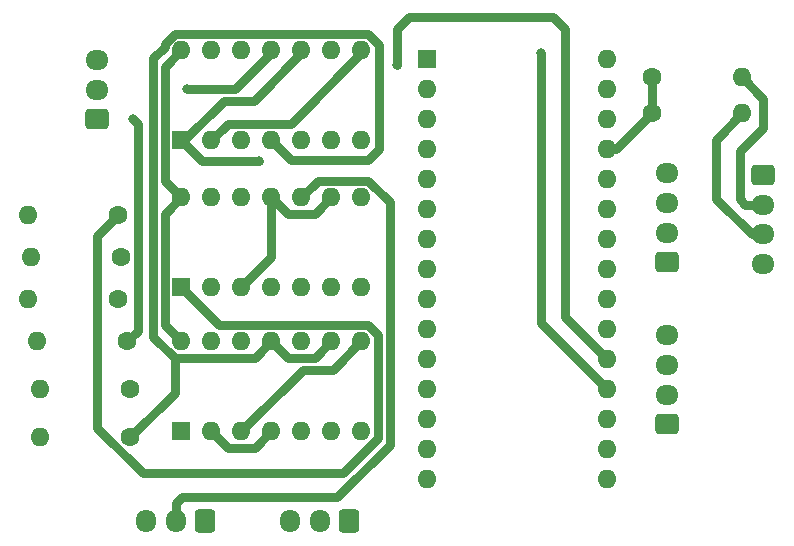
<source format=gbr>
%TF.GenerationSoftware,KiCad,Pcbnew,(7.0.0)*%
%TF.CreationDate,2023-09-03T20:08:13+02:00*%
%TF.ProjectId,newPCBv0.2,6e657750-4342-4763-902e-322e6b696361,rev?*%
%TF.SameCoordinates,Original*%
%TF.FileFunction,Copper,L2,Bot*%
%TF.FilePolarity,Positive*%
%FSLAX46Y46*%
G04 Gerber Fmt 4.6, Leading zero omitted, Abs format (unit mm)*
G04 Created by KiCad (PCBNEW (7.0.0)) date 2023-09-03 20:08:13*
%MOMM*%
%LPD*%
G01*
G04 APERTURE LIST*
G04 Aperture macros list*
%AMRoundRect*
0 Rectangle with rounded corners*
0 $1 Rounding radius*
0 $2 $3 $4 $5 $6 $7 $8 $9 X,Y pos of 4 corners*
0 Add a 4 corners polygon primitive as box body*
4,1,4,$2,$3,$4,$5,$6,$7,$8,$9,$2,$3,0*
0 Add four circle primitives for the rounded corners*
1,1,$1+$1,$2,$3*
1,1,$1+$1,$4,$5*
1,1,$1+$1,$6,$7*
1,1,$1+$1,$8,$9*
0 Add four rect primitives between the rounded corners*
20,1,$1+$1,$2,$3,$4,$5,0*
20,1,$1+$1,$4,$5,$6,$7,0*
20,1,$1+$1,$6,$7,$8,$9,0*
20,1,$1+$1,$8,$9,$2,$3,0*%
G04 Aperture macros list end*
%TA.AperFunction,ComponentPad*%
%ADD10R,1.600000X1.600000*%
%TD*%
%TA.AperFunction,ComponentPad*%
%ADD11O,1.600000X1.600000*%
%TD*%
%TA.AperFunction,ComponentPad*%
%ADD12RoundRect,0.250000X0.725000X-0.600000X0.725000X0.600000X-0.725000X0.600000X-0.725000X-0.600000X0*%
%TD*%
%TA.AperFunction,ComponentPad*%
%ADD13O,1.950000X1.700000*%
%TD*%
%TA.AperFunction,ComponentPad*%
%ADD14C,1.600000*%
%TD*%
%TA.AperFunction,ComponentPad*%
%ADD15RoundRect,0.250000X-0.725000X0.600000X-0.725000X-0.600000X0.725000X-0.600000X0.725000X0.600000X0*%
%TD*%
%TA.AperFunction,ComponentPad*%
%ADD16RoundRect,0.250000X0.600000X0.725000X-0.600000X0.725000X-0.600000X-0.725000X0.600000X-0.725000X0*%
%TD*%
%TA.AperFunction,ComponentPad*%
%ADD17O,1.700000X1.950000*%
%TD*%
%TA.AperFunction,ViaPad*%
%ADD18C,0.800000*%
%TD*%
%TA.AperFunction,Conductor*%
%ADD19C,0.800000*%
%TD*%
G04 APERTURE END LIST*
D10*
%TO.P,U1,1,in/out_A*%
%TO.N,5*%
X172719999Y-84063999D03*
D11*
%TO.P,U1,2,in/out_A*%
%TO.N,17*%
X175259999Y-84063999D03*
%TO.P,U1,3,in/out_B*%
%TO.N,4*%
X177799999Y-84063999D03*
%TO.P,U1,4,in/out_B*%
%TO.N,19*%
X180339999Y-84063999D03*
%TO.P,U1,5,Control_B*%
%TO.N,B*%
X182879999Y-84063999D03*
%TO.P,U1,6,Control_C*%
%TO.N,C*%
X185419999Y-84063999D03*
%TO.P,U1,7,Vss*%
%TO.N,11*%
X187959999Y-84063999D03*
%TO.P,U1,8,in/out_C*%
%TO.N,17*%
X187959999Y-76443999D03*
%TO.P,U1,9,in/out_C*%
%TO.N,4*%
X185419999Y-76443999D03*
%TO.P,U1,10,in/out_D*%
%TO.N,5*%
X182879999Y-76443999D03*
%TO.P,U1,11,in/out_D*%
%TO.N,4*%
X180339999Y-76443999D03*
%TO.P,U1,12,Control_D*%
%TO.N,D*%
X177799999Y-76443999D03*
%TO.P,U1,13,Control_A*%
%TO.N,A*%
X175259999Y-76443999D03*
%TO.P,U1,14,Vdd*%
%TO.N,14*%
X172719999Y-76443999D03*
%TD*%
D12*
%TO.P,J1,1,Pin_1*%
%TO.N,13*%
X213868000Y-94368000D03*
D13*
%TO.P,J1,2,Pin_2*%
%TO.N,8*%
X213867999Y-91867999D03*
%TO.P,J1,3,Pin_3*%
%TO.N,Net-(A1-A6)*%
X213867999Y-89367999D03*
%TO.P,J1,4,Pin_4*%
%TO.N,Net-(A1-A7)*%
X213867999Y-86867999D03*
%TD*%
D14*
%TO.P,R3,1*%
%TO.N,17*%
X168148000Y-101092000D03*
D11*
%TO.P,R3,2*%
%TO.N,11*%
X160527999Y-101091999D03*
%TD*%
%TO.P,R2,2*%
%TO.N,11*%
X160781999Y-105155999D03*
D14*
%TO.P,R2,1*%
%TO.N,18*%
X168402000Y-105156000D03*
%TD*%
D12*
%TO.P,J7,1,Pin_1*%
%TO.N,3*%
X165608000Y-82296000D03*
D13*
%TO.P,J7,2,Pin_2*%
%TO.N,4*%
X165607999Y-79795999D03*
%TO.P,J7,3,Pin_3*%
%TO.N,5*%
X165607999Y-77295999D03*
%TD*%
D15*
%TO.P,J5,1,Pin_1*%
%TO.N,14*%
X222000000Y-87000000D03*
D13*
%TO.P,J5,2,Pin_2*%
%TO.N,8*%
X221999999Y-89499999D03*
%TO.P,J5,3,Pin_3*%
%TO.N,13*%
X221999999Y-91999999D03*
%TO.P,J5,4,Pin_4*%
%TO.N,11*%
X221999999Y-94499999D03*
%TD*%
D14*
%TO.P,R4,1*%
%TO.N,5*%
X167386000Y-97536000D03*
D11*
%TO.P,R4,2*%
%TO.N,11*%
X159765999Y-97535999D03*
%TD*%
D14*
%TO.P,R7,1*%
%TO.N,14*%
X212598000Y-78740000D03*
D11*
%TO.P,R7,2*%
%TO.N,8*%
X220217999Y-78739999D03*
%TD*%
D10*
%TO.P,U2,1,in/out_A*%
%TO.N,3*%
X172719999Y-96519999D03*
D11*
%TO.P,U2,2,in/out_A*%
%TO.N,4*%
X175259999Y-96519999D03*
%TO.P,U2,3,in/out_B*%
%TO.N,3*%
X177799999Y-96519999D03*
%TO.P,U2,4,in/out_B*%
%TO.N,17*%
X180339999Y-96519999D03*
%TO.P,U2,5,Control_B*%
%TO.N,B'*%
X182879999Y-96519999D03*
%TO.P,U2,6,Control_C*%
%TO.N,C'*%
X185419999Y-96519999D03*
%TO.P,U2,7,Vss*%
%TO.N,11*%
X187959999Y-96519999D03*
%TO.P,U2,8,in/out_C*%
%TO.N,5*%
X187959999Y-88899999D03*
%TO.P,U2,9,in/out_C*%
%TO.N,3*%
X185419999Y-88899999D03*
%TO.P,U2,10,in/out_D*%
%TO.N,18*%
X182879999Y-88899999D03*
%TO.P,U2,11,in/out_D*%
%TO.N,3*%
X180339999Y-88899999D03*
%TO.P,U2,12,Control_D*%
%TO.N,D'*%
X177799999Y-88899999D03*
%TO.P,U2,13,Control_A*%
%TO.N,A'*%
X175259999Y-88899999D03*
%TO.P,U2,14,Vdd*%
%TO.N,14*%
X172719999Y-88899999D03*
%TD*%
D12*
%TO.P,J9,1,Pin_1*%
%TO.N,A*%
X213868000Y-108084000D03*
D13*
%TO.P,J9,2,Pin_2*%
%TO.N,D*%
X213867999Y-105583999D03*
%TO.P,J9,3,Pin_3*%
%TO.N,Net-(A1-A2)*%
X213867999Y-103083999D03*
%TO.P,J9,4,Pin_4*%
%TO.N,Net-(A1-A3)*%
X213867999Y-100583999D03*
%TD*%
D10*
%TO.P,A1,1,D1/TX*%
%TO.N,unconnected-(A1-D1{slash}TX-Pad1)*%
X193547999Y-77215999D03*
D11*
%TO.P,A1,2,D0/RX*%
%TO.N,unconnected-(A1-D0{slash}RX-Pad2)*%
X193547999Y-79755999D03*
%TO.P,A1,3,~{RESET}*%
%TO.N,unconnected-(A1-~{RESET}-Pad3)*%
X193547999Y-82295999D03*
%TO.P,A1,4,GND*%
%TO.N,11*%
X193547999Y-84835999D03*
%TO.P,A1,5,D2*%
%TO.N,C*%
X193547999Y-87375999D03*
%TO.P,A1,6,D3*%
%TO.N,B*%
X193547999Y-89915999D03*
%TO.P,A1,7,D4*%
%TO.N,D'*%
X193547999Y-92455999D03*
%TO.P,A1,8,D5*%
%TO.N,A'*%
X193547999Y-94995999D03*
%TO.P,A1,9,D6*%
%TO.N,C'*%
X193547999Y-97535999D03*
%TO.P,A1,10,D7*%
%TO.N,B'*%
X193547999Y-100075999D03*
%TO.P,A1,11,D8*%
%TO.N,D''*%
X193547999Y-102615999D03*
%TO.P,A1,12,D9*%
%TO.N,A''*%
X193547999Y-105155999D03*
%TO.P,A1,13,D10*%
%TO.N,C''*%
X193547999Y-107695999D03*
%TO.P,A1,14,D11*%
%TO.N,B''*%
X193547999Y-110235999D03*
%TO.P,A1,15,D12*%
%TO.N,20*%
X193547999Y-112775999D03*
%TO.P,A1,16,D13*%
%TO.N,2*%
X208787999Y-112775999D03*
%TO.P,A1,17,3V3*%
%TO.N,unconnected-(A1-3V3-Pad17)*%
X208787999Y-110235999D03*
%TO.P,A1,18,AREF*%
%TO.N,unconnected-(A1-AREF-Pad18)*%
X208787999Y-107695999D03*
%TO.P,A1,19,A0*%
%TO.N,A*%
X208787999Y-105155999D03*
%TO.P,A1,20,A1*%
%TO.N,D*%
X208787999Y-102615999D03*
%TO.P,A1,21,A2*%
%TO.N,Net-(A1-A2)*%
X208787999Y-100075999D03*
%TO.P,A1,22,A3*%
%TO.N,Net-(A1-A3)*%
X208787999Y-97535999D03*
%TO.P,A1,23,A4*%
%TO.N,13*%
X208787999Y-94995999D03*
%TO.P,A1,24,A5*%
%TO.N,8*%
X208787999Y-92455999D03*
%TO.P,A1,25,A6*%
%TO.N,Net-(A1-A6)*%
X208787999Y-89915999D03*
%TO.P,A1,26,A7*%
%TO.N,Net-(A1-A7)*%
X208787999Y-87375999D03*
%TO.P,A1,27,+5V*%
%TO.N,14*%
X208787999Y-84835999D03*
%TO.P,A1,28,~{RESET}*%
%TO.N,unconnected-(A1-~{RESET}-Pad28)*%
X208787999Y-82295999D03*
%TO.P,A1,29,GND*%
%TO.N,11*%
X208787999Y-79755999D03*
%TO.P,A1,30,VIN*%
%TO.N,unconnected-(A1-VIN-Pad30)*%
X208787999Y-77215999D03*
%TD*%
D14*
%TO.P,R6,1*%
%TO.N,3*%
X167386000Y-90424000D03*
D11*
%TO.P,R6,2*%
%TO.N,11*%
X159765999Y-90423999D03*
%TD*%
D14*
%TO.P,R1,1*%
%TO.N,19*%
X168402000Y-109220000D03*
D11*
%TO.P,R1,2*%
%TO.N,11*%
X160781999Y-109219999D03*
%TD*%
D14*
%TO.P,R5,1*%
%TO.N,4*%
X167640000Y-93980000D03*
D11*
%TO.P,R5,2*%
%TO.N,11*%
X160019999Y-93979999D03*
%TD*%
D10*
%TO.P,U3,1,in/out_A*%
%TO.N,5*%
X172719999Y-108711999D03*
D11*
%TO.P,U3,2,in/out_A*%
%TO.N,18*%
X175259999Y-108711999D03*
%TO.P,U3,3,in/out_B*%
%TO.N,17*%
X177799999Y-108711999D03*
%TO.P,U3,4,in/out_B*%
%TO.N,18*%
X180339999Y-108711999D03*
%TO.P,U3,5,Control_B*%
%TO.N,B''*%
X182879999Y-108711999D03*
%TO.P,U3,6,Control_C*%
%TO.N,C''*%
X185419999Y-108711999D03*
%TO.P,U3,7,Vss*%
%TO.N,11*%
X187959999Y-108711999D03*
%TO.P,U3,8,in/out_C*%
%TO.N,17*%
X187959999Y-101091999D03*
%TO.P,U3,9,in/out_C*%
%TO.N,19*%
X185419999Y-101091999D03*
%TO.P,U3,10,in/out_D*%
%TO.N,3*%
X182879999Y-101091999D03*
%TO.P,U3,11,in/out_D*%
%TO.N,19*%
X180339999Y-101091999D03*
%TO.P,U3,12,Control_D*%
%TO.N,D''*%
X177799999Y-101091999D03*
%TO.P,U3,13,Control_A*%
%TO.N,A''*%
X175259999Y-101091999D03*
%TO.P,U3,14,Vdd*%
%TO.N,14*%
X172719999Y-101091999D03*
%TD*%
D16*
%TO.P,J8,1,Pin_1*%
%TO.N,11*%
X186944000Y-116332000D03*
D17*
%TO.P,J8,2,Pin_2*%
%TO.N,2*%
X184443999Y-116331999D03*
%TO.P,J8,3,Pin_3*%
%TO.N,20*%
X181943999Y-116331999D03*
%TD*%
D14*
%TO.P,R8,1*%
%TO.N,14*%
X212598000Y-81788000D03*
D11*
%TO.P,R8,2*%
%TO.N,13*%
X220217999Y-81787999D03*
%TD*%
D16*
%TO.P,J6,1,Pin_1*%
%TO.N,17*%
X174752000Y-116332000D03*
D17*
%TO.P,J6,2,Pin_2*%
%TO.N,18*%
X172251999Y-116331999D03*
%TO.P,J6,3,Pin_3*%
%TO.N,19*%
X169751999Y-116331999D03*
%TD*%
D18*
%TO.N,A*%
X203200000Y-76708000D03*
%TO.N,D*%
X191008000Y-77724000D03*
%TO.N,17*%
X168656000Y-82296000D03*
%TO.N,4*%
X173228000Y-79756000D03*
%TO.N,5*%
X179324000Y-85852000D03*
%TD*%
D19*
%TO.N,8*%
X222000000Y-83000000D02*
X222000000Y-80522000D01*
X222000000Y-80522000D02*
X220218000Y-78740000D01*
X220000000Y-89025000D02*
X220000000Y-85000000D01*
X220000000Y-85000000D02*
X222000000Y-83000000D01*
X220475000Y-89500000D02*
X220000000Y-89025000D01*
X222000000Y-89500000D02*
X220475000Y-89500000D01*
%TO.N,13*%
X218000000Y-89000000D02*
X218000000Y-84006000D01*
X221000000Y-92000000D02*
X218000000Y-89000000D01*
X222000000Y-92000000D02*
X221000000Y-92000000D01*
X218000000Y-84006000D02*
X220218000Y-81788000D01*
%TO.N,A*%
X203200000Y-99568000D02*
X208788000Y-105156000D01*
X203200000Y-76708000D02*
X203200000Y-99568000D01*
%TO.N,D*%
X205232000Y-99060000D02*
X208788000Y-102616000D01*
X205232000Y-74676000D02*
X205232000Y-99060000D01*
X191008000Y-74676000D02*
X192024000Y-73660000D01*
X192024000Y-73660000D02*
X204216000Y-73660000D01*
X191008000Y-77724000D02*
X191008000Y-74676000D01*
X204216000Y-73660000D02*
X205232000Y-74676000D01*
%TO.N,14*%
X171320000Y-99692000D02*
X172720000Y-101092000D01*
X171320000Y-90300000D02*
X171320000Y-99692000D01*
X209550000Y-84836000D02*
X212598000Y-81788000D01*
X172720000Y-76444000D02*
X171320000Y-77844000D01*
X171320000Y-77844000D02*
X171320000Y-87500000D01*
X172720000Y-88900000D02*
X171320000Y-90300000D01*
X208788000Y-84836000D02*
X209550000Y-84836000D01*
X171320000Y-87500000D02*
X172720000Y-88900000D01*
X212598000Y-78740000D02*
X212598000Y-81788000D01*
%TO.N,17*%
X187960000Y-76444000D02*
X187960000Y-76708000D01*
X169040000Y-82680000D02*
X169040000Y-100200000D01*
X169040000Y-100200000D02*
X168148000Y-101092000D01*
X185560000Y-103492000D02*
X187960000Y-101092000D01*
X177800000Y-108712000D02*
X183020000Y-103492000D01*
X187960000Y-76708000D02*
X182004000Y-82664000D01*
X176660000Y-82664000D02*
X175260000Y-84064000D01*
X183020000Y-103492000D02*
X185560000Y-103492000D01*
X182004000Y-82664000D02*
X181476000Y-82664000D01*
X181476000Y-82664000D02*
X176660000Y-82664000D01*
X168656000Y-82296000D02*
X169040000Y-82680000D01*
%TO.N,18*%
X185928000Y-114300000D02*
X172759000Y-114300000D01*
X184280000Y-87500000D02*
X188539899Y-87500000D01*
X172252000Y-114807000D02*
X172252000Y-116332000D01*
X178940000Y-110112000D02*
X180340000Y-108712000D01*
X175260000Y-108712000D02*
X176660000Y-110112000D01*
X172759000Y-114300000D02*
X172252000Y-114807000D01*
X176660000Y-110112000D02*
X178940000Y-110112000D01*
X182880000Y-88900000D02*
X184280000Y-87500000D01*
X190360000Y-89320101D02*
X190360000Y-109868000D01*
X188539899Y-87500000D02*
X190360000Y-89320101D01*
X190360000Y-109868000D02*
X185928000Y-114300000D01*
%TO.N,19*%
X170320000Y-100671899D02*
X170320000Y-77128101D01*
X181740000Y-102492000D02*
X184020000Y-102492000D01*
X178940000Y-102492000D02*
X172140101Y-102492000D01*
X189484000Y-84783899D02*
X188539899Y-85728000D01*
X189484000Y-75988101D02*
X189484000Y-84783899D01*
X188539899Y-85728000D02*
X182004000Y-85728000D01*
X168402000Y-109220000D02*
X172140101Y-105481899D01*
X172140101Y-102492000D02*
X170320000Y-100671899D01*
X184020000Y-102492000D02*
X185420000Y-101092000D01*
X180340000Y-101092000D02*
X181740000Y-102492000D01*
X170320000Y-77128101D02*
X171320000Y-76128101D01*
X182004000Y-85728000D02*
X180340000Y-84064000D01*
X171320000Y-76128101D02*
X171320000Y-75864101D01*
X172140101Y-75044000D02*
X188539899Y-75044000D01*
X180340000Y-101092000D02*
X178940000Y-102492000D01*
X171320000Y-75864101D02*
X172140101Y-75044000D01*
X172140101Y-105481899D02*
X172140101Y-102492000D01*
X188539899Y-75044000D02*
X189484000Y-75988101D01*
%TO.N,3*%
X181740000Y-90300000D02*
X180340000Y-88900000D01*
X186383899Y-112268000D02*
X169470101Y-112268000D01*
X180340000Y-88900000D02*
X180340000Y-93980000D01*
X188539899Y-99692000D02*
X189360000Y-100512101D01*
X169470101Y-112268000D02*
X165608000Y-108405899D01*
X175892000Y-99692000D02*
X188539899Y-99692000D01*
X189360000Y-109291899D02*
X186383899Y-112268000D01*
X165608000Y-108405899D02*
X165608000Y-92202000D01*
X184020000Y-90300000D02*
X181740000Y-90300000D01*
X185420000Y-88900000D02*
X184020000Y-90300000D01*
X189360000Y-100512101D02*
X189360000Y-109291899D01*
X180340000Y-93980000D02*
X177800000Y-96520000D01*
X165608000Y-92202000D02*
X167386000Y-90424000D01*
X172720000Y-96520000D02*
X175892000Y-99692000D01*
%TO.N,4*%
X180340000Y-76444000D02*
X180340000Y-76708000D01*
X177292000Y-79756000D02*
X173228000Y-79756000D01*
X180340000Y-76708000D02*
X177292000Y-79756000D01*
%TO.N,5*%
X178831999Y-80756001D02*
X176291999Y-80756001D01*
X172984000Y-84064000D02*
X172720000Y-84064000D01*
X172720000Y-84064000D02*
X174508000Y-85852000D01*
X176291999Y-80756001D02*
X172984000Y-84064000D01*
X182880000Y-76444000D02*
X182880000Y-76708000D01*
X174508000Y-85852000D02*
X179324000Y-85852000D01*
X182880000Y-76708000D02*
X178831999Y-80756001D01*
%TD*%
M02*

</source>
